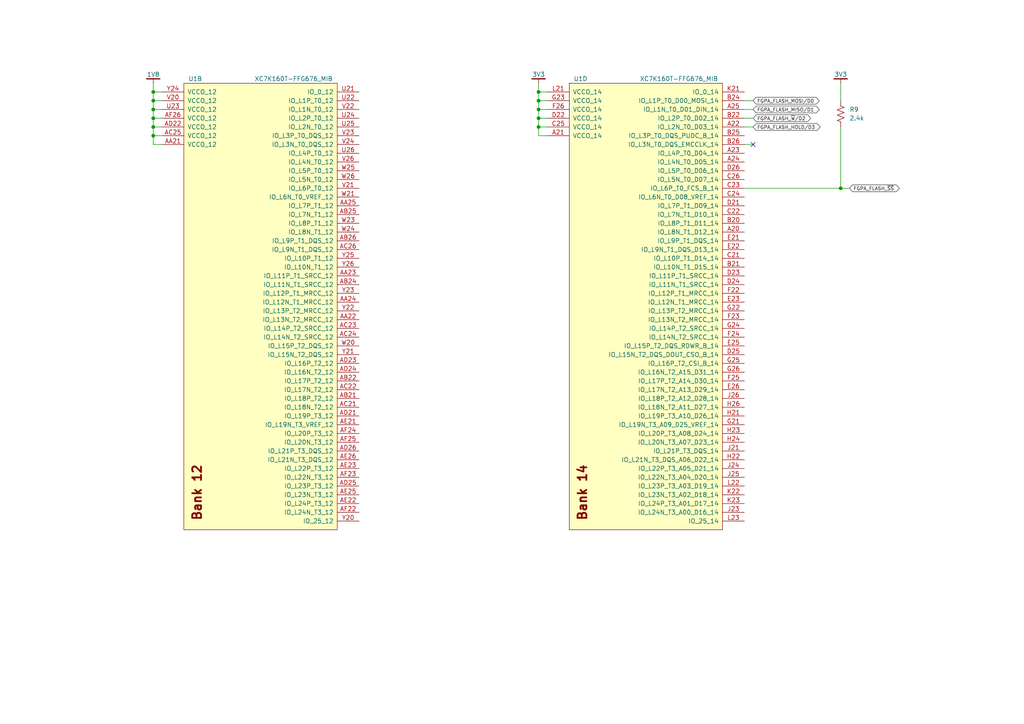
<source format=kicad_sch>
(kicad_sch (version 20230121) (generator eeschema)
  (paper "A4")
  (title_block (title "FPGA Banks 12 & 14 I/O") (date "2023-12-18") (rev "A") (company "Jordan Harris-Toovy") (comment 1 "Mainboard for Capstone Project at Oregon Tech"))
  (junction (at 44.45 29.21))
  (junction (at 44.45 31.75))
  (junction (at 156.21 36.83))
  (junction (at 44.45 34.29))
  (junction (at 44.45 36.83))
  (junction (at 156.21 29.21))
  (junction (at 156.21 31.75))
  (junction (at 44.45 26.67))
  (junction (at 243.84 54.61))
  (junction (at 156.21 34.29))
  (junction (at 156.21 26.67))
  (junction (at 44.45 39.37))
  (no_connect (at 218.44 41.91))
  (wire (pts (xy 218.44 34.29) (xy 215.9 34.29)))
  (wire (pts (xy 218.44 41.91) (xy 215.9 41.91)))
  (wire (pts (xy 44.45 31.75) (xy 44.45 29.21)))
  (wire (pts (xy 44.45 29.21) (xy 44.45 26.67)))
  (wire (pts (xy 218.44 29.21) (xy 215.9 29.21)))
  (wire (pts (xy 158.75 31.75) (xy 156.21 31.75)))
  (wire (pts (xy 44.45 41.91) (xy 44.45 39.37)))
  (wire (pts (xy 46.99 39.37) (xy 44.45 39.37)))
  (wire (pts (xy 44.45 39.37) (xy 44.45 36.83)))
  (wire (pts (xy 44.45 26.67) (xy 46.99 26.67)))
  (wire (pts (xy 158.75 39.37) (xy 156.21 39.37)))
  (wire (pts (xy 46.99 36.83) (xy 44.45 36.83)))
  (wire (pts (xy 156.21 34.29) (xy 156.21 31.75)))
  (wire (pts (xy 156.21 31.75) (xy 156.21 29.21)))
  (wire (pts (xy 46.99 31.75) (xy 44.45 31.75)))
  (wire (pts (xy 158.75 36.83) (xy 156.21 36.83)))
  (wire (pts (xy 44.45 24.13) (xy 44.45 26.67)))
  (wire (pts (xy 44.45 34.29) (xy 44.45 36.83)))
  (wire (pts (xy 156.21 39.37) (xy 156.21 36.83)))
  (wire (pts (xy 243.84 54.61) (xy 215.9 54.61)))
  (wire (pts (xy 156.21 26.67) (xy 156.21 29.21)))
  (wire (pts (xy 246.38 54.61) (xy 243.84 54.61)))
  (wire (pts (xy 156.21 26.67) (xy 158.75 26.67)))
  (wire (pts (xy 156.21 24.13) (xy 156.21 26.67)))
  (wire (pts (xy 218.44 31.75) (xy 215.9 31.75)))
  (wire (pts (xy 158.75 34.29) (xy 156.21 34.29)))
  (wire (pts (xy 46.99 29.21) (xy 44.45 29.21)))
  (wire (pts (xy 156.21 34.29) (xy 156.21 36.83)))
  (wire (pts (xy 218.44 36.83) (xy 215.9 36.83)))
  (wire (pts (xy 46.99 34.29) (xy 44.45 34.29)))
  (wire (pts (xy 243.84 24.13) (xy 243.84 29.21)))
  (wire (pts (xy 44.45 34.29) (xy 44.45 31.75)))
  (wire (pts (xy 46.99 41.91) (xy 44.45 41.91)))
  (wire (pts (xy 243.84 36.83) (xy 243.84 54.61)))
  (wire (pts (xy 156.21 29.21) (xy 158.75 29.21)))
  (global_label "FGPA_FLASH_~{W}{slash}D2" (shape bidirectional) (at 218.44 34.29 0) (effects (font (size 1 1))) (property "Intersheetrefs" "${INTERSHEET_REFS}" (effects hide)))
  (global_label "FGPA_FLASH_MOSI{slash}D0" (shape bidirectional) (at 218.44 29.21 0) (effects (font (size 1 1))) (property "Intersheetrefs" "${INTERSHEET_REFS}" (effects hide)))
  (global_label "FGPA_FLASH_MISO{slash}D1" (shape bidirectional) (at 218.44 31.75 0) (effects (font (size 1 1))) (property "Intersheetrefs" "${INTERSHEET_REFS}" (effects hide)))
  (global_label "FGPA_FLASH_~{SS}" (shape bidirectional) (at 246.38 54.61 0) (effects (font (size 1 1))) (property "Intersheetrefs" "${INTERSHEET_REFS}" (effects hide)))
  (global_label "FGPA_FLASH_HOLD{slash}D3" (shape bidirectional) (at 218.44 36.83 0) (effects (font (size 1 1))) (property "Intersheetrefs" "${INTERSHEET_REFS}" (effects hide)))
  (symbol (lib_id "Capstone_Library:XC7K160T-FFG676_MIB") (at 74.93 24.13 0) (unit 2)
    (property "Reference" "U1" (at 54.61 22.86 0) (effects (justify left)))
    (property "Value" "XC7K160T-FFG676_MIB" (at 96.52 22.86 0) (effects (justify right)))
    (property "Footprint" "Capstone_Library:Xilinx_FFG676_MOD" (effects hide))
  )
  (symbol (lib_id "Device:R_US") (at 243.84 33.02 0) (unit 1)
    (property "Reference" "R9" (at 246.38 31.75 0) (effects (justify left)))
    (property "Value" "2.4k" (at 246.38 34.29 0) (effects (justify left)))
  )
  (symbol (lib_id "Capstone_Library:3V3") (at 156.21 22.86 0) (unit 1) (in_bom no) (on_board no)
    (property "Reference" "#PWR03" (effects hide))
    (property "Value" "3V3" (at 156.21 21.59 0))
    (instances (project "Capstone_Project_Mainboard" (path "" (reference "#PWR03") (unit 1)) (path "" (reference "#PWR04") (unit 1))))
  )
  (symbol (lib_id "Capstone_Library:XC7K160T-FFG676_MIB") (at 186.69 24.13 0) (unit 4)
    (property "Reference" "U1" (at 166.37 22.86 0) (effects (justify left)))
    (property "Value" "XC7K160T-FFG676_MIB" (at 208.28 22.86 0) (effects (justify right)))
    (property "Footprint" "Capstone_Library:Xilinx_FFG676_MOD" (effects hide))
  )
  (symbol (lib_id "Capstone_Library:1V8") (at 44.45 22.86 0) (unit 1) (in_bom no) (on_board no)
    (property "Reference" "#PWR05" (effects hide))
    (property "Value" "1V8" (at 44.45 21.59 0))
  )
  (symbol (lib_id "Capstone_Library:3V3") (at 243.84 22.86 0) (unit 1) (in_bom no) (on_board no)
    (property "Reference" "#PWR03" (effects hide))
    (property "Value" "3V3" (at 243.84 21.59 0))
    (instances (project "Capstone_Project_Mainboard" (path "" (reference "#PWR03") (unit 1)) (path "" (reference "#PWR078") (unit 1)) (path "" (reference "#PWR078") (unit 1))))
  )
)
</source>
